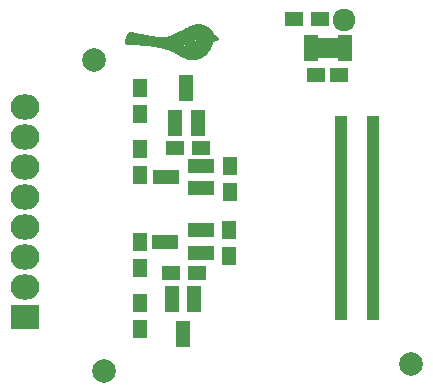
<source format=gbs>
G04 #@! TF.FileFunction,Soldermask,Bot*
%FSLAX46Y46*%
G04 Gerber Fmt 4.6, Leading zero omitted, Abs format (unit mm)*
G04 Created by KiCad (PCBNEW 4.0.1-stable) date Monday, April 04, 2016 'PMt' 01:11:27 PM*
%MOMM*%
G01*
G04 APERTURE LIST*
%ADD10C,0.100000*%
%ADD11C,0.010000*%
%ADD12C,2.000000*%
%ADD13R,1.060000X0.630000*%
%ADD14R,1.060000X0.750000*%
%ADD15R,1.600000X1.150000*%
%ADD16R,1.150000X0.700000*%
%ADD17R,1.275000X1.125000*%
%ADD18R,1.600000X1.300000*%
%ADD19C,1.924000*%
%ADD20R,2.432000X2.127200*%
%ADD21O,2.432000X2.127200*%
%ADD22R,1.200100X2.200860*%
%ADD23R,2.200860X1.200100*%
%ADD24R,1.300000X1.600000*%
G04 APERTURE END LIST*
D10*
D11*
G36*
X146158969Y-91603103D02*
X146121134Y-91604878D01*
X146085237Y-91607950D01*
X146049588Y-91612451D01*
X146012501Y-91618512D01*
X145987463Y-91623226D01*
X145950495Y-91630873D01*
X145915230Y-91639056D01*
X145880622Y-91648108D01*
X145845624Y-91658364D01*
X145809191Y-91670156D01*
X145770278Y-91683818D01*
X145727839Y-91699684D01*
X145680827Y-91718088D01*
X145645263Y-91732406D01*
X145598042Y-91751805D01*
X145550102Y-91771943D01*
X145501041Y-91793011D01*
X145450453Y-91815199D01*
X145397934Y-91838695D01*
X145343079Y-91863689D01*
X145285486Y-91890372D01*
X145224749Y-91918932D01*
X145160464Y-91949559D01*
X145092227Y-91982442D01*
X145019635Y-92017772D01*
X144942281Y-92055737D01*
X144859764Y-92096528D01*
X144771677Y-92140333D01*
X144713915Y-92169177D01*
X144632201Y-92209964D01*
X144556268Y-92247698D01*
X144485642Y-92282596D01*
X144419851Y-92314875D01*
X144358423Y-92344752D01*
X144300885Y-92372444D01*
X144246765Y-92398167D01*
X144195591Y-92422138D01*
X144146889Y-92444575D01*
X144100189Y-92465695D01*
X144055018Y-92485714D01*
X144010903Y-92504848D01*
X143967371Y-92523316D01*
X143923951Y-92541334D01*
X143880171Y-92559119D01*
X143835557Y-92576888D01*
X143789637Y-92594857D01*
X143772458Y-92601509D01*
X143748476Y-92610793D01*
X143726212Y-92619455D01*
X143706652Y-92627109D01*
X143690781Y-92633366D01*
X143679586Y-92637840D01*
X143674216Y-92640070D01*
X143664168Y-92644573D01*
X143679302Y-92663849D01*
X143691111Y-92677902D01*
X143707080Y-92695482D01*
X143726079Y-92715449D01*
X143746977Y-92736663D01*
X143768643Y-92757986D01*
X143789945Y-92778277D01*
X143809754Y-92796397D01*
X143818319Y-92803920D01*
X143893898Y-92865039D01*
X143975648Y-92923238D01*
X144063253Y-92978375D01*
X144156399Y-93030306D01*
X144254769Y-93078886D01*
X144358048Y-93123973D01*
X144465921Y-93165422D01*
X144578072Y-93203091D01*
X144694186Y-93236835D01*
X144813946Y-93266510D01*
X144853722Y-93275281D01*
X144912747Y-93287567D01*
X144966586Y-93298013D01*
X145016795Y-93306877D01*
X145064926Y-93314413D01*
X145112531Y-93320877D01*
X145161165Y-93326526D01*
X145171222Y-93327588D01*
X145191268Y-93329185D01*
X145216488Y-93330438D01*
X145245561Y-93331348D01*
X145277167Y-93331913D01*
X145309986Y-93332134D01*
X145342697Y-93332011D01*
X145373980Y-93331543D01*
X145402515Y-93330730D01*
X145426981Y-93329572D01*
X145446059Y-93328069D01*
X145449917Y-93327629D01*
X145520413Y-93316359D01*
X145585332Y-93300777D01*
X145644686Y-93280875D01*
X145698489Y-93256642D01*
X145746754Y-93228071D01*
X145789494Y-93195152D01*
X145826725Y-93157875D01*
X145858458Y-93116233D01*
X145884708Y-93070216D01*
X145904186Y-93023556D01*
X145913436Y-92995336D01*
X145920050Y-92969790D01*
X145924389Y-92944670D01*
X145926811Y-92917726D01*
X145927677Y-92886710D01*
X145927689Y-92876690D01*
X145927494Y-92819783D01*
X145950459Y-92817430D01*
X145973423Y-92815078D01*
X146023181Y-92849010D01*
X146022739Y-92898359D01*
X146018754Y-92956590D01*
X146007973Y-93013341D01*
X145990573Y-93068195D01*
X145966733Y-93120732D01*
X145936631Y-93170536D01*
X145900446Y-93217188D01*
X145875226Y-93244155D01*
X145834590Y-93281000D01*
X145790860Y-93313371D01*
X145743528Y-93341491D01*
X145692089Y-93365584D01*
X145636034Y-93385873D01*
X145574857Y-93402584D01*
X145508052Y-93415938D01*
X145474611Y-93421113D01*
X145453545Y-93423389D01*
X145426697Y-93425185D01*
X145395325Y-93426500D01*
X145360685Y-93427334D01*
X145324034Y-93427688D01*
X145286631Y-93427562D01*
X145249731Y-93426956D01*
X145214593Y-93425870D01*
X145182474Y-93424303D01*
X145154630Y-93422257D01*
X145143000Y-93421088D01*
X145028753Y-93405915D01*
X144913621Y-93386055D01*
X144798476Y-93361770D01*
X144684191Y-93333321D01*
X144571641Y-93300969D01*
X144461697Y-93264975D01*
X144355234Y-93225600D01*
X144253124Y-93183106D01*
X144156240Y-93137754D01*
X144101392Y-93109498D01*
X144018282Y-93062751D01*
X143939342Y-93013631D01*
X143865019Y-92962487D01*
X143795759Y-92909668D01*
X143732007Y-92855522D01*
X143674209Y-92800397D01*
X143622812Y-92744643D01*
X143601120Y-92718480D01*
X143586411Y-92700572D01*
X143575353Y-92688259D01*
X143567679Y-92681267D01*
X143563122Y-92679322D01*
X143562894Y-92679373D01*
X143548318Y-92683012D01*
X143527871Y-92687139D01*
X143502704Y-92691588D01*
X143473971Y-92696193D01*
X143442826Y-92700787D01*
X143410421Y-92705204D01*
X143377909Y-92709276D01*
X143346444Y-92712837D01*
X143317179Y-92715720D01*
X143303264Y-92716893D01*
X143273004Y-92718630D01*
X143239491Y-92719311D01*
X143202279Y-92718909D01*
X143160925Y-92717398D01*
X143114983Y-92714750D01*
X143064009Y-92710938D01*
X143007559Y-92705937D01*
X142945188Y-92699719D01*
X142876452Y-92692256D01*
X142855236Y-92689853D01*
X142757304Y-92678039D01*
X142652890Y-92664253D01*
X142542274Y-92648544D01*
X142425733Y-92630962D01*
X142303546Y-92611559D01*
X142175989Y-92590386D01*
X142043343Y-92567492D01*
X141905883Y-92542928D01*
X141763890Y-92516746D01*
X141617640Y-92488995D01*
X141467412Y-92459727D01*
X141313483Y-92428991D01*
X141156133Y-92396840D01*
X140995639Y-92363322D01*
X140832279Y-92328489D01*
X140666331Y-92292392D01*
X140638028Y-92286166D01*
X140606495Y-92279268D01*
X140576427Y-92272787D01*
X140548674Y-92266899D01*
X140524087Y-92261780D01*
X140503516Y-92257607D01*
X140487814Y-92254556D01*
X140477830Y-92252804D01*
X140475750Y-92252520D01*
X140448371Y-92252603D01*
X140419403Y-92258198D01*
X140390663Y-92268640D01*
X140363968Y-92283263D01*
X140341137Y-92301400D01*
X140340423Y-92302097D01*
X140329666Y-92314458D01*
X140316441Y-92332584D01*
X140301127Y-92355782D01*
X140284102Y-92383362D01*
X140265747Y-92414633D01*
X140246438Y-92448902D01*
X140226556Y-92485479D01*
X140206479Y-92523671D01*
X140186585Y-92562789D01*
X140167253Y-92602139D01*
X140148863Y-92641031D01*
X140131792Y-92678774D01*
X140123062Y-92698888D01*
X140095582Y-92767828D01*
X140073705Y-92832753D01*
X140057436Y-92893631D01*
X140046780Y-92950428D01*
X140041742Y-93003112D01*
X140042326Y-93051650D01*
X140048538Y-93096008D01*
X140059697Y-93134355D01*
X140069279Y-93154617D01*
X140082842Y-93176530D01*
X140098641Y-93197628D01*
X140114928Y-93215441D01*
X140120911Y-93220860D01*
X140136300Y-93232771D01*
X140152919Y-93243287D01*
X140171311Y-93252518D01*
X140192022Y-93260574D01*
X140215594Y-93267565D01*
X140242573Y-93273602D01*
X140273502Y-93278794D01*
X140308926Y-93283252D01*
X140349388Y-93287086D01*
X140395433Y-93290405D01*
X140447604Y-93293321D01*
X140488097Y-93295182D01*
X140507868Y-93295961D01*
X140533696Y-93296876D01*
X140564584Y-93297897D01*
X140599536Y-93298994D01*
X140637554Y-93300137D01*
X140677643Y-93301294D01*
X140718805Y-93302437D01*
X140760044Y-93303534D01*
X140780903Y-93304070D01*
X140886868Y-93306865D01*
X140986377Y-93309728D01*
X141080029Y-93312688D01*
X141168424Y-93315774D01*
X141252160Y-93319016D01*
X141331838Y-93322444D01*
X141408056Y-93326086D01*
X141481413Y-93329972D01*
X141552509Y-93334132D01*
X141621944Y-93338595D01*
X141690317Y-93343390D01*
X141758226Y-93348548D01*
X141826271Y-93354096D01*
X141862167Y-93357168D01*
X142014575Y-93371484D01*
X142161084Y-93387501D01*
X142302686Y-93405426D01*
X142440371Y-93425462D01*
X142575131Y-93447813D01*
X142707958Y-93472686D01*
X142839844Y-93500283D01*
X142971779Y-93530811D01*
X143104756Y-93564473D01*
X143239766Y-93601474D01*
X143377801Y-93642018D01*
X143519851Y-93686311D01*
X143627819Y-93721516D01*
X143684471Y-93740415D01*
X143736899Y-93758181D01*
X143785676Y-93775079D01*
X143831373Y-93791377D01*
X143874563Y-93807340D01*
X143915816Y-93823235D01*
X143955705Y-93839327D01*
X143994801Y-93855884D01*
X144033675Y-93873170D01*
X144072901Y-93891452D01*
X144113048Y-93910997D01*
X144154690Y-93932071D01*
X144198398Y-93954939D01*
X144244743Y-93979869D01*
X144294297Y-94007125D01*
X144347632Y-94036975D01*
X144405320Y-94069684D01*
X144467932Y-94105519D01*
X144532694Y-94142815D01*
X144582887Y-94171743D01*
X144627657Y-94197450D01*
X144667661Y-94220298D01*
X144703555Y-94240648D01*
X144735994Y-94258863D01*
X144765635Y-94275303D01*
X144793134Y-94290330D01*
X144819147Y-94304307D01*
X144844330Y-94317594D01*
X144869338Y-94330554D01*
X144894828Y-94343549D01*
X144917222Y-94354820D01*
X144982539Y-94386741D01*
X145043326Y-94414702D01*
X145100631Y-94439064D01*
X145155499Y-94460188D01*
X145208978Y-94478436D01*
X145262115Y-94494169D01*
X145315957Y-94507748D01*
X145371551Y-94519537D01*
X145419025Y-94528094D01*
X145478301Y-94537475D01*
X145532886Y-94544849D01*
X145584804Y-94550377D01*
X145636074Y-94554223D01*
X145688721Y-94556550D01*
X145744766Y-94557522D01*
X145783292Y-94557509D01*
X145809880Y-94557309D01*
X145834924Y-94557051D01*
X145857330Y-94556751D01*
X145876003Y-94556426D01*
X145889851Y-94556092D01*
X145897777Y-94555767D01*
X145897944Y-94555755D01*
X145988991Y-94546740D01*
X146078800Y-94533096D01*
X146166515Y-94515042D01*
X146251282Y-94492798D01*
X146332244Y-94466583D01*
X146408545Y-94436619D01*
X146466209Y-94409817D01*
X146552043Y-94362919D01*
X146635670Y-94309377D01*
X146717012Y-94249273D01*
X146795994Y-94182690D01*
X146872539Y-94109708D01*
X146946571Y-94030411D01*
X147018015Y-93944879D01*
X147086793Y-93853196D01*
X147152829Y-93755442D01*
X147216048Y-93651701D01*
X147276373Y-93542053D01*
X147280700Y-93533746D01*
X147317707Y-93458734D01*
X147352221Y-93380989D01*
X147384600Y-93299580D01*
X147415202Y-93213574D01*
X147444388Y-93122039D01*
X147460890Y-93065758D01*
X147468457Y-93039169D01*
X147714194Y-92940044D01*
X147753671Y-92924069D01*
X147791187Y-92908791D01*
X147826234Y-92894422D01*
X147858306Y-92881173D01*
X147886898Y-92869257D01*
X147911502Y-92858887D01*
X147931612Y-92850274D01*
X147946722Y-92843630D01*
X147956326Y-92839168D01*
X147959917Y-92837101D01*
X147959931Y-92837055D01*
X147957356Y-92834178D01*
X147949885Y-92826965D01*
X147937902Y-92815762D01*
X147921787Y-92800917D01*
X147901922Y-92782776D01*
X147878690Y-92761686D01*
X147852471Y-92737994D01*
X147823649Y-92712048D01*
X147792605Y-92684193D01*
X147759720Y-92654778D01*
X147734153Y-92631966D01*
X147508375Y-92430741D01*
X147493997Y-92391022D01*
X147465662Y-92320948D01*
X147432414Y-92254045D01*
X147393848Y-92189707D01*
X147349555Y-92127324D01*
X147299130Y-92066287D01*
X147242165Y-92005990D01*
X147225776Y-91989917D01*
X147158462Y-91929739D01*
X147085870Y-91874059D01*
X147008266Y-91823010D01*
X146925914Y-91776722D01*
X146839079Y-91735330D01*
X146748026Y-91698964D01*
X146653021Y-91667758D01*
X146554329Y-91641842D01*
X146508250Y-91631834D01*
X146463853Y-91623197D01*
X146424131Y-91616427D01*
X146387021Y-91611295D01*
X146350460Y-91607572D01*
X146312386Y-91605029D01*
X146270735Y-91603439D01*
X146247194Y-91602916D01*
X146200426Y-91602493D01*
X146158969Y-91603103D01*
X146158969Y-91603103D01*
G37*
X146158969Y-91603103D02*
X146121134Y-91604878D01*
X146085237Y-91607950D01*
X146049588Y-91612451D01*
X146012501Y-91618512D01*
X145987463Y-91623226D01*
X145950495Y-91630873D01*
X145915230Y-91639056D01*
X145880622Y-91648108D01*
X145845624Y-91658364D01*
X145809191Y-91670156D01*
X145770278Y-91683818D01*
X145727839Y-91699684D01*
X145680827Y-91718088D01*
X145645263Y-91732406D01*
X145598042Y-91751805D01*
X145550102Y-91771943D01*
X145501041Y-91793011D01*
X145450453Y-91815199D01*
X145397934Y-91838695D01*
X145343079Y-91863689D01*
X145285486Y-91890372D01*
X145224749Y-91918932D01*
X145160464Y-91949559D01*
X145092227Y-91982442D01*
X145019635Y-92017772D01*
X144942281Y-92055737D01*
X144859764Y-92096528D01*
X144771677Y-92140333D01*
X144713915Y-92169177D01*
X144632201Y-92209964D01*
X144556268Y-92247698D01*
X144485642Y-92282596D01*
X144419851Y-92314875D01*
X144358423Y-92344752D01*
X144300885Y-92372444D01*
X144246765Y-92398167D01*
X144195591Y-92422138D01*
X144146889Y-92444575D01*
X144100189Y-92465695D01*
X144055018Y-92485714D01*
X144010903Y-92504848D01*
X143967371Y-92523316D01*
X143923951Y-92541334D01*
X143880171Y-92559119D01*
X143835557Y-92576888D01*
X143789637Y-92594857D01*
X143772458Y-92601509D01*
X143748476Y-92610793D01*
X143726212Y-92619455D01*
X143706652Y-92627109D01*
X143690781Y-92633366D01*
X143679586Y-92637840D01*
X143674216Y-92640070D01*
X143664168Y-92644573D01*
X143679302Y-92663849D01*
X143691111Y-92677902D01*
X143707080Y-92695482D01*
X143726079Y-92715449D01*
X143746977Y-92736663D01*
X143768643Y-92757986D01*
X143789945Y-92778277D01*
X143809754Y-92796397D01*
X143818319Y-92803920D01*
X143893898Y-92865039D01*
X143975648Y-92923238D01*
X144063253Y-92978375D01*
X144156399Y-93030306D01*
X144254769Y-93078886D01*
X144358048Y-93123973D01*
X144465921Y-93165422D01*
X144578072Y-93203091D01*
X144694186Y-93236835D01*
X144813946Y-93266510D01*
X144853722Y-93275281D01*
X144912747Y-93287567D01*
X144966586Y-93298013D01*
X145016795Y-93306877D01*
X145064926Y-93314413D01*
X145112531Y-93320877D01*
X145161165Y-93326526D01*
X145171222Y-93327588D01*
X145191268Y-93329185D01*
X145216488Y-93330438D01*
X145245561Y-93331348D01*
X145277167Y-93331913D01*
X145309986Y-93332134D01*
X145342697Y-93332011D01*
X145373980Y-93331543D01*
X145402515Y-93330730D01*
X145426981Y-93329572D01*
X145446059Y-93328069D01*
X145449917Y-93327629D01*
X145520413Y-93316359D01*
X145585332Y-93300777D01*
X145644686Y-93280875D01*
X145698489Y-93256642D01*
X145746754Y-93228071D01*
X145789494Y-93195152D01*
X145826725Y-93157875D01*
X145858458Y-93116233D01*
X145884708Y-93070216D01*
X145904186Y-93023556D01*
X145913436Y-92995336D01*
X145920050Y-92969790D01*
X145924389Y-92944670D01*
X145926811Y-92917726D01*
X145927677Y-92886710D01*
X145927689Y-92876690D01*
X145927494Y-92819783D01*
X145950459Y-92817430D01*
X145973423Y-92815078D01*
X146023181Y-92849010D01*
X146022739Y-92898359D01*
X146018754Y-92956590D01*
X146007973Y-93013341D01*
X145990573Y-93068195D01*
X145966733Y-93120732D01*
X145936631Y-93170536D01*
X145900446Y-93217188D01*
X145875226Y-93244155D01*
X145834590Y-93281000D01*
X145790860Y-93313371D01*
X145743528Y-93341491D01*
X145692089Y-93365584D01*
X145636034Y-93385873D01*
X145574857Y-93402584D01*
X145508052Y-93415938D01*
X145474611Y-93421113D01*
X145453545Y-93423389D01*
X145426697Y-93425185D01*
X145395325Y-93426500D01*
X145360685Y-93427334D01*
X145324034Y-93427688D01*
X145286631Y-93427562D01*
X145249731Y-93426956D01*
X145214593Y-93425870D01*
X145182474Y-93424303D01*
X145154630Y-93422257D01*
X145143000Y-93421088D01*
X145028753Y-93405915D01*
X144913621Y-93386055D01*
X144798476Y-93361770D01*
X144684191Y-93333321D01*
X144571641Y-93300969D01*
X144461697Y-93264975D01*
X144355234Y-93225600D01*
X144253124Y-93183106D01*
X144156240Y-93137754D01*
X144101392Y-93109498D01*
X144018282Y-93062751D01*
X143939342Y-93013631D01*
X143865019Y-92962487D01*
X143795759Y-92909668D01*
X143732007Y-92855522D01*
X143674209Y-92800397D01*
X143622812Y-92744643D01*
X143601120Y-92718480D01*
X143586411Y-92700572D01*
X143575353Y-92688259D01*
X143567679Y-92681267D01*
X143563122Y-92679322D01*
X143562894Y-92679373D01*
X143548318Y-92683012D01*
X143527871Y-92687139D01*
X143502704Y-92691588D01*
X143473971Y-92696193D01*
X143442826Y-92700787D01*
X143410421Y-92705204D01*
X143377909Y-92709276D01*
X143346444Y-92712837D01*
X143317179Y-92715720D01*
X143303264Y-92716893D01*
X143273004Y-92718630D01*
X143239491Y-92719311D01*
X143202279Y-92718909D01*
X143160925Y-92717398D01*
X143114983Y-92714750D01*
X143064009Y-92710938D01*
X143007559Y-92705937D01*
X142945188Y-92699719D01*
X142876452Y-92692256D01*
X142855236Y-92689853D01*
X142757304Y-92678039D01*
X142652890Y-92664253D01*
X142542274Y-92648544D01*
X142425733Y-92630962D01*
X142303546Y-92611559D01*
X142175989Y-92590386D01*
X142043343Y-92567492D01*
X141905883Y-92542928D01*
X141763890Y-92516746D01*
X141617640Y-92488995D01*
X141467412Y-92459727D01*
X141313483Y-92428991D01*
X141156133Y-92396840D01*
X140995639Y-92363322D01*
X140832279Y-92328489D01*
X140666331Y-92292392D01*
X140638028Y-92286166D01*
X140606495Y-92279268D01*
X140576427Y-92272787D01*
X140548674Y-92266899D01*
X140524087Y-92261780D01*
X140503516Y-92257607D01*
X140487814Y-92254556D01*
X140477830Y-92252804D01*
X140475750Y-92252520D01*
X140448371Y-92252603D01*
X140419403Y-92258198D01*
X140390663Y-92268640D01*
X140363968Y-92283263D01*
X140341137Y-92301400D01*
X140340423Y-92302097D01*
X140329666Y-92314458D01*
X140316441Y-92332584D01*
X140301127Y-92355782D01*
X140284102Y-92383362D01*
X140265747Y-92414633D01*
X140246438Y-92448902D01*
X140226556Y-92485479D01*
X140206479Y-92523671D01*
X140186585Y-92562789D01*
X140167253Y-92602139D01*
X140148863Y-92641031D01*
X140131792Y-92678774D01*
X140123062Y-92698888D01*
X140095582Y-92767828D01*
X140073705Y-92832753D01*
X140057436Y-92893631D01*
X140046780Y-92950428D01*
X140041742Y-93003112D01*
X140042326Y-93051650D01*
X140048538Y-93096008D01*
X140059697Y-93134355D01*
X140069279Y-93154617D01*
X140082842Y-93176530D01*
X140098641Y-93197628D01*
X140114928Y-93215441D01*
X140120911Y-93220860D01*
X140136300Y-93232771D01*
X140152919Y-93243287D01*
X140171311Y-93252518D01*
X140192022Y-93260574D01*
X140215594Y-93267565D01*
X140242573Y-93273602D01*
X140273502Y-93278794D01*
X140308926Y-93283252D01*
X140349388Y-93287086D01*
X140395433Y-93290405D01*
X140447604Y-93293321D01*
X140488097Y-93295182D01*
X140507868Y-93295961D01*
X140533696Y-93296876D01*
X140564584Y-93297897D01*
X140599536Y-93298994D01*
X140637554Y-93300137D01*
X140677643Y-93301294D01*
X140718805Y-93302437D01*
X140760044Y-93303534D01*
X140780903Y-93304070D01*
X140886868Y-93306865D01*
X140986377Y-93309728D01*
X141080029Y-93312688D01*
X141168424Y-93315774D01*
X141252160Y-93319016D01*
X141331838Y-93322444D01*
X141408056Y-93326086D01*
X141481413Y-93329972D01*
X141552509Y-93334132D01*
X141621944Y-93338595D01*
X141690317Y-93343390D01*
X141758226Y-93348548D01*
X141826271Y-93354096D01*
X141862167Y-93357168D01*
X142014575Y-93371484D01*
X142161084Y-93387501D01*
X142302686Y-93405426D01*
X142440371Y-93425462D01*
X142575131Y-93447813D01*
X142707958Y-93472686D01*
X142839844Y-93500283D01*
X142971779Y-93530811D01*
X143104756Y-93564473D01*
X143239766Y-93601474D01*
X143377801Y-93642018D01*
X143519851Y-93686311D01*
X143627819Y-93721516D01*
X143684471Y-93740415D01*
X143736899Y-93758181D01*
X143785676Y-93775079D01*
X143831373Y-93791377D01*
X143874563Y-93807340D01*
X143915816Y-93823235D01*
X143955705Y-93839327D01*
X143994801Y-93855884D01*
X144033675Y-93873170D01*
X144072901Y-93891452D01*
X144113048Y-93910997D01*
X144154690Y-93932071D01*
X144198398Y-93954939D01*
X144244743Y-93979869D01*
X144294297Y-94007125D01*
X144347632Y-94036975D01*
X144405320Y-94069684D01*
X144467932Y-94105519D01*
X144532694Y-94142815D01*
X144582887Y-94171743D01*
X144627657Y-94197450D01*
X144667661Y-94220298D01*
X144703555Y-94240648D01*
X144735994Y-94258863D01*
X144765635Y-94275303D01*
X144793134Y-94290330D01*
X144819147Y-94304307D01*
X144844330Y-94317594D01*
X144869338Y-94330554D01*
X144894828Y-94343549D01*
X144917222Y-94354820D01*
X144982539Y-94386741D01*
X145043326Y-94414702D01*
X145100631Y-94439064D01*
X145155499Y-94460188D01*
X145208978Y-94478436D01*
X145262115Y-94494169D01*
X145315957Y-94507748D01*
X145371551Y-94519537D01*
X145419025Y-94528094D01*
X145478301Y-94537475D01*
X145532886Y-94544849D01*
X145584804Y-94550377D01*
X145636074Y-94554223D01*
X145688721Y-94556550D01*
X145744766Y-94557522D01*
X145783292Y-94557509D01*
X145809880Y-94557309D01*
X145834924Y-94557051D01*
X145857330Y-94556751D01*
X145876003Y-94556426D01*
X145889851Y-94556092D01*
X145897777Y-94555767D01*
X145897944Y-94555755D01*
X145988991Y-94546740D01*
X146078800Y-94533096D01*
X146166515Y-94515042D01*
X146251282Y-94492798D01*
X146332244Y-94466583D01*
X146408545Y-94436619D01*
X146466209Y-94409817D01*
X146552043Y-94362919D01*
X146635670Y-94309377D01*
X146717012Y-94249273D01*
X146795994Y-94182690D01*
X146872539Y-94109708D01*
X146946571Y-94030411D01*
X147018015Y-93944879D01*
X147086793Y-93853196D01*
X147152829Y-93755442D01*
X147216048Y-93651701D01*
X147276373Y-93542053D01*
X147280700Y-93533746D01*
X147317707Y-93458734D01*
X147352221Y-93380989D01*
X147384600Y-93299580D01*
X147415202Y-93213574D01*
X147444388Y-93122039D01*
X147460890Y-93065758D01*
X147468457Y-93039169D01*
X147714194Y-92940044D01*
X147753671Y-92924069D01*
X147791187Y-92908791D01*
X147826234Y-92894422D01*
X147858306Y-92881173D01*
X147886898Y-92869257D01*
X147911502Y-92858887D01*
X147931612Y-92850274D01*
X147946722Y-92843630D01*
X147956326Y-92839168D01*
X147959917Y-92837101D01*
X147959931Y-92837055D01*
X147957356Y-92834178D01*
X147949885Y-92826965D01*
X147937902Y-92815762D01*
X147921787Y-92800917D01*
X147901922Y-92782776D01*
X147878690Y-92761686D01*
X147852471Y-92737994D01*
X147823649Y-92712048D01*
X147792605Y-92684193D01*
X147759720Y-92654778D01*
X147734153Y-92631966D01*
X147508375Y-92430741D01*
X147493997Y-92391022D01*
X147465662Y-92320948D01*
X147432414Y-92254045D01*
X147393848Y-92189707D01*
X147349555Y-92127324D01*
X147299130Y-92066287D01*
X147242165Y-92005990D01*
X147225776Y-91989917D01*
X147158462Y-91929739D01*
X147085870Y-91874059D01*
X147008266Y-91823010D01*
X146925914Y-91776722D01*
X146839079Y-91735330D01*
X146748026Y-91698964D01*
X146653021Y-91667758D01*
X146554329Y-91641842D01*
X146508250Y-91631834D01*
X146463853Y-91623197D01*
X146424131Y-91616427D01*
X146387021Y-91611295D01*
X146350460Y-91607572D01*
X146312386Y-91605029D01*
X146270735Y-91603439D01*
X146247194Y-91602916D01*
X146200426Y-91602493D01*
X146158969Y-91603103D01*
D12*
X138300000Y-120950000D03*
X137450000Y-94600000D03*
X164250000Y-120400000D03*
D13*
X161005000Y-115800000D03*
X158295000Y-115800000D03*
X161005000Y-100200000D03*
X158295000Y-100200000D03*
X161005000Y-115400000D03*
X161005000Y-115000000D03*
X161005000Y-114600000D03*
X161005000Y-114200000D03*
X161005000Y-113800000D03*
X161005000Y-113400000D03*
X161005000Y-113000000D03*
X161005000Y-112600000D03*
X161005000Y-112200000D03*
X161005000Y-111800000D03*
X161005000Y-111400000D03*
X161005000Y-111000000D03*
X161005000Y-110600000D03*
X161005000Y-110200000D03*
X161005000Y-109800000D03*
X161005000Y-109400000D03*
X161005000Y-109000000D03*
X161005000Y-108600000D03*
X161005000Y-108200000D03*
X161005000Y-107800000D03*
X161005000Y-107400000D03*
X161005000Y-107000000D03*
X161005000Y-106600000D03*
X161005000Y-106200000D03*
X161005000Y-105800000D03*
X161005000Y-105400000D03*
X161005000Y-105000000D03*
X161005000Y-104600000D03*
X161005000Y-104200000D03*
X161005000Y-103800000D03*
X161005000Y-103400000D03*
X161005000Y-103000000D03*
X161005000Y-102600000D03*
X161005000Y-102200000D03*
X161005000Y-101800000D03*
X161005000Y-101400000D03*
X161005000Y-101000000D03*
X161005000Y-100600000D03*
D14*
X161005000Y-99725000D03*
X158295000Y-99725000D03*
X161005000Y-116275000D03*
X158295000Y-116275000D03*
D13*
X158295000Y-100600000D03*
X158295000Y-101000000D03*
X158295000Y-101400000D03*
X158295000Y-101800000D03*
X158295000Y-102200000D03*
X158295000Y-102600000D03*
X158295000Y-103000000D03*
X158295000Y-103400000D03*
X158295000Y-103800000D03*
X158295000Y-104200000D03*
X158295000Y-104600000D03*
X158295000Y-105000000D03*
X158295000Y-105400000D03*
X158295000Y-105800000D03*
X158295000Y-106200000D03*
X158295000Y-106600000D03*
X158295000Y-107000000D03*
X158295000Y-107400000D03*
X158295000Y-107800000D03*
X158295000Y-108200000D03*
X158295000Y-108600000D03*
X158295000Y-109000000D03*
X158295000Y-109400000D03*
X158295000Y-109800000D03*
X158295000Y-110200000D03*
X158295000Y-110600000D03*
X158295000Y-111000000D03*
X158295000Y-111400000D03*
X158295000Y-111800000D03*
X158295000Y-112200000D03*
X158295000Y-112600000D03*
X158295000Y-113000000D03*
X158295000Y-113400000D03*
X158295000Y-113800000D03*
X158295000Y-114200000D03*
X158295000Y-114600000D03*
X158295000Y-115000000D03*
X158295000Y-115400000D03*
D15*
X156250000Y-95900000D03*
X158150000Y-95900000D03*
D16*
X158712500Y-92862500D03*
X158712500Y-93362500D03*
X158712500Y-93862500D03*
X158712500Y-94362500D03*
X155812500Y-94362500D03*
X155812500Y-93862500D03*
X155812500Y-93362500D03*
X155812500Y-92862500D03*
D17*
X156825000Y-93975000D03*
X156825000Y-93250000D03*
X157700000Y-93975000D03*
X157700000Y-93250000D03*
D18*
X156550000Y-91200000D03*
X154350000Y-91200000D03*
D19*
X158550000Y-91250000D03*
D20*
X131550000Y-116430000D03*
D21*
X131550000Y-113890000D03*
X131550000Y-111350000D03*
X131550000Y-108810000D03*
X131550000Y-106270000D03*
X131550000Y-103730000D03*
X131550000Y-101190000D03*
X131550000Y-98650000D03*
D22*
X146200000Y-100002280D03*
X144300000Y-100002280D03*
X145250000Y-97000000D03*
D23*
X146500000Y-103600000D03*
X146500000Y-105500000D03*
X143497720Y-104550000D03*
X146451140Y-109050000D03*
X146451140Y-110950000D03*
X143448860Y-110000000D03*
D22*
X144000000Y-114847720D03*
X145900000Y-114847720D03*
X144950000Y-117850000D03*
D24*
X141350000Y-99200000D03*
X141350000Y-97000000D03*
X141350000Y-102150000D03*
X141350000Y-104350000D03*
X141350000Y-112250000D03*
X141350000Y-110050000D03*
X141300000Y-115200000D03*
X141300000Y-117400000D03*
D18*
X146500000Y-102050000D03*
X144300000Y-102050000D03*
D24*
X148900000Y-103600000D03*
X148900000Y-105800000D03*
X148850000Y-109050000D03*
X148850000Y-111250000D03*
D18*
X143900000Y-112700000D03*
X146100000Y-112700000D03*
M02*

</source>
